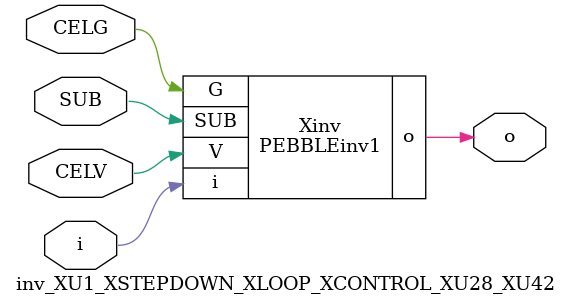
<source format=v>



module PEBBLEinv1 ( o, G, SUB, V, i );

  input V;
  input i;
  input G;
  output o;
  input SUB;
endmodule

//Celera Confidential Do Not Copy inv_XU1_XSTEPDOWN_XLOOP_XCONTROL_XU28_XU42
//Celera Confidential Symbol Generator
//5V Inverter
module inv_XU1_XSTEPDOWN_XLOOP_XCONTROL_XU28_XU42 (CELV,CELG,i,o,SUB);
input CELV;
input CELG;
input i;
input SUB;
output o;

//Celera Confidential Do Not Copy inv
PEBBLEinv1 Xinv(
.V (CELV),
.i (i),
.o (o),
.SUB (SUB),
.G (CELG)
);
//,diesize,PEBBLEinv1

//Celera Confidential Do Not Copy Module End
//Celera Schematic Generator
endmodule

</source>
